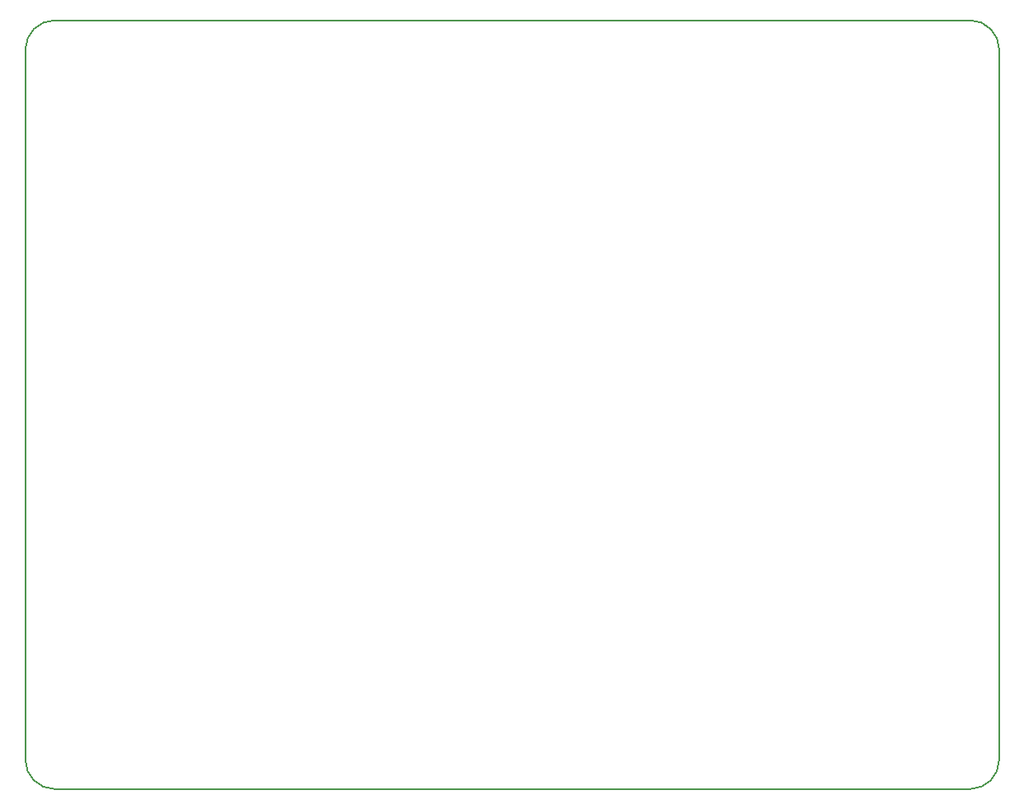
<source format=gbr>
G04 #@! TF.GenerationSoftware,KiCad,Pcbnew,(5.1.5)-3*
G04 #@! TF.CreationDate,2020-06-17T21:45:32+09:00*
G04 #@! TF.ProjectId,stm32f4_Centaurus,73746d33-3266-4345-9f43-656e74617572,rev?*
G04 #@! TF.SameCoordinates,Original*
G04 #@! TF.FileFunction,Profile,NP*
%FSLAX46Y46*%
G04 Gerber Fmt 4.6, Leading zero omitted, Abs format (unit mm)*
G04 Created by KiCad (PCBNEW (5.1.5)-3) date 2020-06-17 21:45:32*
%MOMM*%
%LPD*%
G04 APERTURE LIST*
%ADD10C,0.200000*%
%ADD11C,0.150000*%
G04 APERTURE END LIST*
D10*
X153000000Y-135000000D02*
X153000000Y-62000000D01*
X53000000Y-62000000D02*
X53000000Y-135000000D01*
D11*
X56000000Y-138000000D02*
X150000000Y-138000000D01*
X153000000Y-135000000D02*
G75*
G02X150000000Y-138000000I-3000000J0D01*
G01*
X56000000Y-138000000D02*
G75*
G02X53000000Y-135000000I0J3000000D01*
G01*
X53000000Y-62000000D02*
G75*
G02X56000000Y-59000000I3000000J0D01*
G01*
X150000000Y-59000000D02*
X56000000Y-59000000D01*
D10*
X150000000Y-59000000D02*
G75*
G02X153000000Y-62000000I0J-3000000D01*
G01*
M02*

</source>
